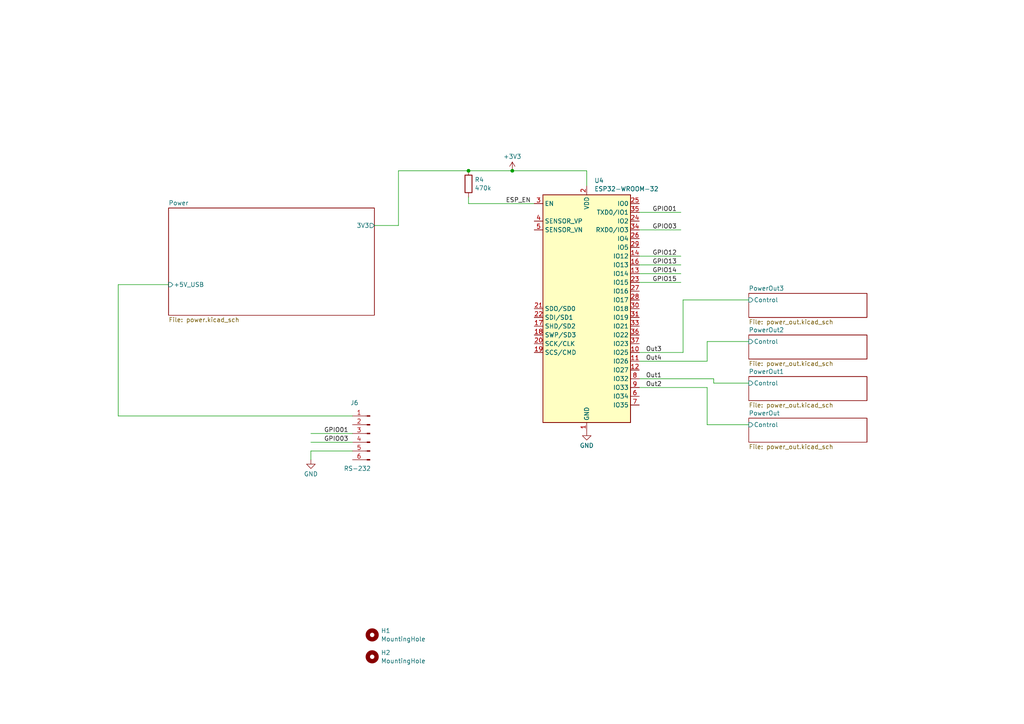
<source format=kicad_sch>
(kicad_sch (version 20230121) (generator eeschema)
  (paper "A4")
  (title_block (title "Optotriac output") (date "2023-12-13") (rev "B") (company "Wildsystems LTD"))
  (lib_symbols
    (symbol "Connector:Conn_01x06_Pin" (pin_names (offset 1.016) hide)
      (property "Reference" "J" (at 0 7.62 0))
      (property "Value" "Conn_01x06_Pin" (at 0 -10.16 0))
      (symbol "Conn_01x06_Pin_1_1"
        (polyline (pts (xy 1.27 -7.62) (xy 0.8636 -7.62)) (stroke (width 0.1524)))
        (polyline (pts (xy 1.27 -5.08) (xy 0.8636 -5.08)) (stroke (width 0.1524)))
        (polyline (pts (xy 1.27 -2.54) (xy 0.8636 -2.54)) (stroke (width 0.1524)))
        (polyline (pts (xy 1.27 0) (xy 0.8636 0)) (stroke (width 0.1524)))
        (polyline (pts (xy 1.27 2.54) (xy 0.8636 2.54)) (stroke (width 0.1524)))
        (polyline (pts (xy 1.27 5.08) (xy 0.8636 5.08)) (stroke (width 0.1524)))
        (rectangle (start 0.8636 -7.493) (end 0 -7.747) (stroke (width 0.1524)) (fill (type outline)))
        (rectangle (start 0.8636 -4.953) (end 0 -5.207) (stroke (width 0.1524)) (fill (type outline)))
        (rectangle (start 0.8636 -2.413) (end 0 -2.667) (stroke (width 0.1524)) (fill (type outline)))
        (rectangle (start 0.8636 0.127) (end 0 -0.127) (stroke (width 0.1524)) (fill (type outline)))
        (rectangle (start 0.8636 2.667) (end 0 2.413) (stroke (width 0.1524)) (fill (type outline)))
        (rectangle (start 0.8636 5.207) (end 0 4.953) (stroke (width 0.1524)) (fill (type outline)))
        (pin passive line (at 5.08 5.08 180) (length 3.81) (name "Pin_1") (number "1"))
        (pin passive line (at 5.08 2.54 180) (length 3.81) (name "Pin_2") (number "2"))
        (pin passive line (at 5.08 0 180) (length 3.81) (name "Pin_3") (number "3"))
        (pin passive line (at 5.08 -2.54 180) (length 3.81) (name "Pin_4") (number "4"))
        (pin passive line (at 5.08 -5.08 180) (length 3.81) (name "Pin_5") (number "5"))
        (pin passive line (at 5.08 -7.62 180) (length 3.81) (name "Pin_6") (number "6"))
      )
    )
    (symbol "Device:R" (pin_numbers hide) (pin_names (offset 0))
      (property "Reference" "R" (at 2.032 0 90))
      (property "Value" "R" (at 0 0 90))
      (symbol "R_0_1"
        (rectangle (start -1.016 -2.54) (end 1.016 2.54) (stroke (width 0.254)))
      )
      (symbol "R_1_1"
        (pin passive line (at 0 3.81 270) (length 1.27) (name "~") (number "1"))
        (pin passive line (at 0 -3.81 90) (length 1.27) (name "~") (number "2"))
      )
    )
    (symbol "Mechanical:MountingHole" (pin_names (offset 1.016))
      (property "Reference" "H" (at 0 5.08 0))
      (property "Value" "MountingHole" (at 0 3.175 0))
      (symbol "MountingHole_0_1"
        (circle (center 0 0) (radius 1.27) (stroke (width 1.27)))
      )
    )
    (symbol "RF_Module:ESP32-WROOM-32"
      (property "Reference" "U" (at -12.7 34.29 0))
      (property "Value" "ESP32-WROOM-32" (at 1.27 34.29 0))
      (symbol "ESP32-WROOM-32_0_1"
        (rectangle (start -12.7 33.02) (end 12.7 -33.02) (stroke (width 0.254)) (fill (type background)))
      )
      (symbol "ESP32-WROOM-32_1_1"
        (pin power_in line (at 0 -35.56 90) (length 2.54) (name "GND") (number "1"))
        (pin bidirectional line (at 15.24 -12.7 180) (length 2.54) (name "IO25") (number "10"))
        (pin bidirectional line (at 15.24 -15.24 180) (length 2.54) (name "IO26") (number "11"))
        (pin bidirectional line (at 15.24 -17.78 180) (length 2.54) (name "IO27") (number "12"))
        (pin bidirectional line (at 15.24 10.16 180) (length 2.54) (name "IO14") (number "13"))
        (pin bidirectional line (at 15.24 15.24 180) (length 2.54) (name "IO12") (number "14"))
        (pin passive line (at 0 -35.56 90) (length 2.54) hide (name "GND") (number "15"))
        (pin bidirectional line (at 15.24 12.7 180) (length 2.54) (name "IO13") (number "16"))
        (pin bidirectional line (at -15.24 -5.08 0) (length 2.54) (name "SHD/SD2") (number "17"))
        (pin bidirectional line (at -15.24 -7.62 0) (length 2.54) (name "SWP/SD3") (number "18"))
        (pin bidirectional line (at -15.24 -12.7 0) (length 2.54) (name "SCS/CMD") (number "19"))
        (pin power_in line (at 0 35.56 270) (length 2.54) (name "VDD") (number "2"))
        (pin bidirectional line (at -15.24 -10.16 0) (length 2.54) (name "SCK/CLK") (number "20"))
        (pin bidirectional line (at -15.24 0 0) (length 2.54) (name "SDO/SD0") (number "21"))
        (pin bidirectional line (at -15.24 -2.54 0) (length 2.54) (name "SDI/SD1") (number "22"))
        (pin bidirectional line (at 15.24 7.62 180) (length 2.54) (name "IO15") (number "23"))
        (pin bidirectional line (at 15.24 25.4 180) (length 2.54) (name "IO2") (number "24"))
        (pin bidirectional line (at 15.24 30.48 180) (length 2.54) (name "IO0") (number "25"))
        (pin bidirectional line (at 15.24 20.32 180) (length 2.54) (name "IO4") (number "26"))
        (pin bidirectional line (at 15.24 5.08 180) (length 2.54) (name "IO16") (number "27"))
        (pin bidirectional line (at 15.24 2.54 180) (length 2.54) (name "IO17") (number "28"))
        (pin bidirectional line (at 15.24 17.78 180) (length 2.54) (name "IO5") (number "29"))
        (pin input line (at -15.24 30.48 0) (length 2.54) (name "EN") (number "3"))
        (pin bidirectional line (at 15.24 0 180) (length 2.54) (name "IO18") (number "30"))
        (pin bidirectional line (at 15.24 -2.54 180) (length 2.54) (name "IO19") (number "31"))
        (pin no_connect line (at -12.7 -27.94 0) (length 2.54) hide (name "NC") (number "32"))
        (pin bidirectional line (at 15.24 -5.08 180) (length 2.54) (name "IO21") (number "33"))
        (pin bidirectional line (at 15.24 22.86 180) (length 2.54) (name "RXD0/IO3") (number "34"))
        (pin bidirectional line (at 15.24 27.94 180) (length 2.54) (name "TXD0/IO1") (number "35"))
        (pin bidirectional line (at 15.24 -7.62 180) (length 2.54) (name "IO22") (number "36"))
        (pin bidirectional line (at 15.24 -10.16 180) (length 2.54) (name "IO23") (number "37"))
        (pin passive line (at 0 -35.56 90) (length 2.54) hide (name "GND") (number "38"))
        (pin passive line (at 0 -35.56 90) (length 2.54) hide (name "GND") (number "39"))
        (pin input line (at -15.24 25.4 0) (length 2.54) (name "SENSOR_VP") (number "4"))
        (pin input line (at -15.24 22.86 0) (length 2.54) (name "SENSOR_VN") (number "5"))
        (pin input line (at 15.24 -25.4 180) (length 2.54) (name "IO34") (number "6"))
        (pin input line (at 15.24 -27.94 180) (length 2.54) (name "IO35") (number "7"))
        (pin bidirectional line (at 15.24 -20.32 180) (length 2.54) (name "IO32") (number "8"))
        (pin bidirectional line (at 15.24 -22.86 180) (length 2.54) (name "IO33") (number "9"))
      )
    )
    (symbol "power:+3V3" (power) (pin_names (offset 0))
      (property "Value" "+3V3" (at 0 3.556 0))
      (symbol "+3V3_0_1"
        (polyline (pts (xy -0.762 1.27) (xy 0 2.54)))
        (polyline (pts (xy 0 0) (xy 0 2.54)))
        (polyline (pts (xy 0 2.54) (xy 0.762 1.27)))
      )
      (symbol "+3V3_1_1"
        (pin power_in line (at 0 0 90) (length 0) hide (name "+3V3") (number "1"))
      )
    )
    (symbol "power:GND" (power) (pin_names (offset 0))
      (property "Value" "GND" (at 0 -3.81 0))
      (symbol "GND_0_1"
        (polyline (pts (xy 0 0) (xy 0 -1.27) (xy 1.27 -1.27) (xy 0 -2.54) (xy -1.27 -1.27) (xy 0 -1.27)))
      )
      (symbol "GND_1_1"
        (pin power_in line (at 0 0 270) (length 0) hide (name "GND") (number "1"))
      )
    )
  )
  (junction (at 148.59 49.53))
  (junction (at 135.89 49.53))
  (wire (pts (xy 185.42 109.855) (xy 207.01 109.855)))
  (wire (pts (xy 34.29 82.55) (xy 48.895 82.55)))
  (wire (pts (xy 135.89 59.055) (xy 154.94 59.055)))
  (wire (pts (xy 90.17 133.35) (xy 90.17 130.81)))
  (wire (pts (xy 207.01 109.855) (xy 207.01 111.125)))
  (wire (pts (xy 90.17 125.73) (xy 102.235 125.73)))
  (wire (pts (xy 90.17 130.81) (xy 102.235 130.81)))
  (wire (pts (xy 115.57 49.53) (xy 115.57 65.405)))
  (wire (pts (xy 148.59 49.53) (xy 170.18 49.53)))
  (wire (pts (xy 170.18 49.53) (xy 170.18 53.975)))
  (wire (pts (xy 185.42 81.915) (xy 197.485 81.915)))
  (wire (pts (xy 185.42 74.295) (xy 197.485 74.295)))
  (wire (pts (xy 185.42 102.235) (xy 198.12 102.235)))
  (wire (pts (xy 185.42 112.395) (xy 205.105 112.395)))
  (wire (pts (xy 205.105 104.775) (xy 205.105 99.06)))
  (wire (pts (xy 185.42 76.835) (xy 197.485 76.835)))
  (wire (pts (xy 205.105 123.19) (xy 217.17 123.19)))
  (wire (pts (xy 34.29 120.65) (xy 102.235 120.65)))
  (wire (pts (xy 115.57 49.53) (xy 135.89 49.53)))
  (wire (pts (xy 90.17 128.27) (xy 102.235 128.27)))
  (wire (pts (xy 108.585 65.405) (xy 115.57 65.405)))
  (wire (pts (xy 34.29 120.65) (xy 34.29 82.55)))
  (wire (pts (xy 185.42 79.375) (xy 197.485 79.375)))
  (wire (pts (xy 198.12 86.995) (xy 217.17 86.995)))
  (wire (pts (xy 185.42 66.675) (xy 197.485 66.675)))
  (wire (pts (xy 185.42 61.595) (xy 197.485 61.595)))
  (wire (pts (xy 185.42 104.775) (xy 205.105 104.775)))
  (wire (pts (xy 198.12 86.995) (xy 198.12 102.235)))
  (wire (pts (xy 205.105 99.06) (xy 217.17 99.06)))
  (wire (pts (xy 207.01 111.125) (xy 217.17 111.125)))
  (wire (pts (xy 135.89 57.15) (xy 135.89 59.055)))
  (wire (pts (xy 205.105 112.395) (xy 205.105 123.19)))
  (wire (pts (xy 135.89 49.53) (xy 148.59 49.53)))
  (label "Out2" (at 187.325 112.395 0))
  (label "Out1" (at 187.325 109.855 0))
  (label "GPIO01" (at 93.98 125.73 0))
  (label "GPIO12" (at 189.23 74.295 0))
  (label "GPIO13" (at 189.23 76.835 0))
  (label "GPIO03" (at 189.23 66.675 0))
  (label "GPIO14" (at 189.23 79.375 0))
  (label "GPIO15" (at 189.23 81.915 0))
  (label "ESP_EN" (at 146.685 59.055 0))
  (label "GPIO01" (at 189.23 61.595 0))
  (label "GPIO03" (at 93.98 128.27 0))
  (label "Out3" (at 187.325 102.235 0))
  (label "Out4" (at 187.325 104.775 0))
  (symbol (lib_id "power:+3V3") (at 148.59 49.53 0) (unit 1)
    (property "Reference" "#PWR03" (effects hide))
    (property "Value" "+3V3" (at 148.59 45.3969 0))
  )
  (symbol (lib_id "power:GND") (at 170.18 125.095 0) (unit 1)
    (property "Reference" "#PWR04" (effects hide))
    (property "Value" "GND" (at 170.18 129.2281 0))
  )
  (symbol (lib_id "Connector:Conn_01x06_Pin") (at 107.315 125.73 0) (mirror y) (unit 1)
    (property "Reference" "J6" (at 101.6 116.84 0) (effects (justify right)))
    (property "Value" "RS-232" (at 99.695 135.89 0) (effects (justify right)))
    (property "Footprint" "Connector:Tag-Connect_TC2030-IDC-NL_2x03_P1.27mm_Vertical" (effects hide))
  )
  (symbol (lib_id "Device:R") (at 135.89 53.34 0) (unit 1)
    (property "Reference" "R4" (at 137.668 52.1279 0) (effects (justify left)))
    (property "Value" "470k" (at 137.668 54.5521 0) (effects (justify left)))
    (property "Footprint" "Resistor_SMD:R_0805_2012Metric" (effects hide))
  )
  (symbol (lib_id "Mechanical:MountingHole") (at 107.95 184.15 0) (unit 1)
    (property "Reference" "H1" (at 110.49 182.9379 0) (effects (justify left)))
    (property "Value" "MountingHole" (at 110.49 185.3621 0) (effects (justify left)))
    (property "Footprint" "MountingHole:MountingHole_2.7mm_M2.5_ISO7380" (effects hide))
  )
  (symbol (lib_id "Mechanical:MountingHole") (at 107.95 190.5 0) (unit 1)
    (property "Reference" "H2" (at 110.49 189.2879 0) (effects (justify left)))
    (property "Value" "MountingHole" (at 110.49 191.7121 0) (effects (justify left)))
    (property "Footprint" "MountingHole:MountingHole_2.7mm_M2.5_ISO7380" (effects hide))
  )
  (symbol (lib_id "power:GND") (at 90.17 133.35 0) (unit 1)
    (property "Reference" "#PWR02" (effects hide))
    (property "Value" "GND" (at 90.17 137.4831 0))
  )
  (symbol (lib_id "RF_Module:ESP32-WROOM-32") (at 170.18 89.535 0) (unit 1)
    (property "Reference" "U4" (at 172.3741 52.3707 0) (effects (justify left)))
    (property "Value" "ESP32-WROOM-32" (at 172.3741 54.7949 0) (effects (justify left)))
    (property "Footprint" "My Footprints:ESP32-WROOM-32-0.3-via" (effects hide))
    (property "Datasheet" "https://www.espressif.com/sites/default/files/documentation/esp32-wroom-32_datasheet_en.pdf" (effects hide))
  )
  (sheet (at 217.17 97.155) (size 34.29 6.985) (stroke (width 0.1524))
    (property "Sheetname" "PowerOut2" (at 217.17 96.4434 0) (effects (justify left bottom)))
    (property "Sheetfile" "power_out.kicad_sch" (at 217.17 104.7246 0) (effects (justify left top)))
    (pin "Control" input (at 217.17 99.06 180))
  )
  (sheet (at 217.17 109.22) (size 34.29 6.985) (stroke (width 0.1524))
    (property "Sheetname" "PowerOut1" (at 217.17 108.5084 0) (effects (justify left bottom)))
    (property "Sheetfile" "power_out.kicad_sch" (at 217.17 116.7896 0) (effects (justify left top)))
    (pin "Control" input (at 217.17 111.125 180))
  )
  (sheet (at 48.895 60.325) (size 59.69 31.115) (stroke (width 0.1524))
    (property "Sheetname" "Power" (at 48.895 59.6134 0) (effects (justify left bottom)))
    (property "Sheetfile" "power.kicad_sch" (at 48.895 92.0246 0) (effects (justify left top)))
    (pin "+5V_USB" input (at 48.895 82.55 180))
    (pin "3V3" output (at 108.585 65.405 0))
  )
  (sheet (at 217.17 85.09) (size 34.29 6.985) (stroke (width 0.1524))
    (property "Sheetname" "PowerOut3" (at 217.17 84.3784 0) (effects (justify left bottom)))
    (property "Sheetfile" "power_out.kicad_sch" (at 217.17 92.6596 0) (effects (justify left top)))
    (pin "Control" input (at 217.17 86.995 180))
  )
  (sheet (at 217.17 121.285) (size 34.29 6.985) (stroke (width 0.1524))
    (property "Sheetname" "PowerOut" (at 217.17 120.5734 0) (effects (justify left bottom)))
    (property "Sheetfile" "power_out.kicad_sch" (at 217.17 128.8546 0) (effects (justify left top)))
    (pin "Control" input (at 217.17 123.19 180))
  )
)
</source>
